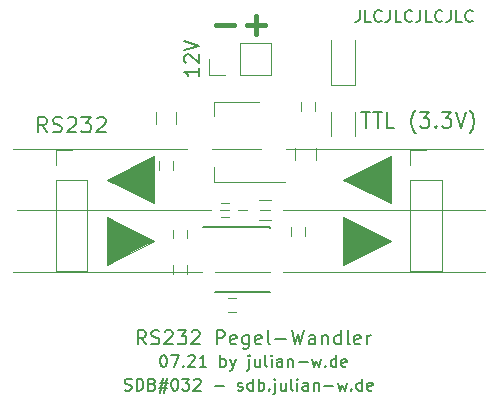
<source format=gto>
G04 #@! TF.GenerationSoftware,KiCad,Pcbnew,(5.1.10)-1*
G04 #@! TF.CreationDate,2021-07-21T16:10:59+02:00*
G04 #@! TF.ProjectId,rs232-ttl,72733233-322d-4747-946c-2e6b69636164,rev?*
G04 #@! TF.SameCoordinates,Original*
G04 #@! TF.FileFunction,Legend,Top*
G04 #@! TF.FilePolarity,Positive*
%FSLAX46Y46*%
G04 Gerber Fmt 4.6, Leading zero omitted, Abs format (unit mm)*
G04 Created by KiCad (PCBNEW (5.1.10)-1) date 2021-07-21 16:10:59*
%MOMM*%
%LPD*%
G01*
G04 APERTURE LIST*
%ADD10C,0.120000*%
%ADD11C,0.150000*%
%ADD12C,0.200000*%
%ADD13C,0.400000*%
%ADD14C,0.100000*%
%ADD15R,1.000000X0.400000*%
%ADD16R,2.000000X1.500000*%
%ADD17R,2.000000X3.800000*%
%ADD18O,1.700000X1.700000*%
%ADD19R,1.700000X1.700000*%
%ADD20C,3.200000*%
%ADD21R,1.100000X1.100000*%
%ADD22R,1.000000X1.250000*%
%ADD23R,1.250000X1.000000*%
%ADD24R,0.750000X0.800000*%
%ADD25R,0.800000X0.750000*%
%ADD26R,1.600000X1.000000*%
G04 APERTURE END LIST*
D10*
X89800000Y-127600000D02*
X50000000Y-127600000D01*
X50000000Y-138000000D02*
X90000000Y-138000000D01*
X50400000Y-132800000D02*
X90000000Y-132800000D01*
D11*
X79380952Y-115852380D02*
X79380952Y-116566666D01*
X79333333Y-116709523D01*
X79238095Y-116804761D01*
X79095238Y-116852380D01*
X79000000Y-116852380D01*
X80333333Y-116852380D02*
X79857142Y-116852380D01*
X79857142Y-115852380D01*
X81238095Y-116757142D02*
X81190476Y-116804761D01*
X81047619Y-116852380D01*
X80952380Y-116852380D01*
X80809523Y-116804761D01*
X80714285Y-116709523D01*
X80666666Y-116614285D01*
X80619047Y-116423809D01*
X80619047Y-116280952D01*
X80666666Y-116090476D01*
X80714285Y-115995238D01*
X80809523Y-115900000D01*
X80952380Y-115852380D01*
X81047619Y-115852380D01*
X81190476Y-115900000D01*
X81238095Y-115947619D01*
X81952380Y-115852380D02*
X81952380Y-116566666D01*
X81904761Y-116709523D01*
X81809523Y-116804761D01*
X81666666Y-116852380D01*
X81571428Y-116852380D01*
X82904761Y-116852380D02*
X82428571Y-116852380D01*
X82428571Y-115852380D01*
X83809523Y-116757142D02*
X83761904Y-116804761D01*
X83619047Y-116852380D01*
X83523809Y-116852380D01*
X83380952Y-116804761D01*
X83285714Y-116709523D01*
X83238095Y-116614285D01*
X83190476Y-116423809D01*
X83190476Y-116280952D01*
X83238095Y-116090476D01*
X83285714Y-115995238D01*
X83380952Y-115900000D01*
X83523809Y-115852380D01*
X83619047Y-115852380D01*
X83761904Y-115900000D01*
X83809523Y-115947619D01*
X84523809Y-115852380D02*
X84523809Y-116566666D01*
X84476190Y-116709523D01*
X84380952Y-116804761D01*
X84238095Y-116852380D01*
X84142857Y-116852380D01*
X85476190Y-116852380D02*
X85000000Y-116852380D01*
X85000000Y-115852380D01*
X86380952Y-116757142D02*
X86333333Y-116804761D01*
X86190476Y-116852380D01*
X86095238Y-116852380D01*
X85952380Y-116804761D01*
X85857142Y-116709523D01*
X85809523Y-116614285D01*
X85761904Y-116423809D01*
X85761904Y-116280952D01*
X85809523Y-116090476D01*
X85857142Y-115995238D01*
X85952380Y-115900000D01*
X86095238Y-115852380D01*
X86190476Y-115852380D01*
X86333333Y-115900000D01*
X86380952Y-115947619D01*
X87095238Y-115852380D02*
X87095238Y-116566666D01*
X87047619Y-116709523D01*
X86952380Y-116804761D01*
X86809523Y-116852380D01*
X86714285Y-116852380D01*
X88047619Y-116852380D02*
X87571428Y-116852380D01*
X87571428Y-115852380D01*
X88952380Y-116757142D02*
X88904761Y-116804761D01*
X88761904Y-116852380D01*
X88666666Y-116852380D01*
X88523809Y-116804761D01*
X88428571Y-116709523D01*
X88380952Y-116614285D01*
X88333333Y-116423809D01*
X88333333Y-116280952D01*
X88380952Y-116090476D01*
X88428571Y-115995238D01*
X88523809Y-115900000D01*
X88666666Y-115852380D01*
X88761904Y-115852380D01*
X88904761Y-115900000D01*
X88952380Y-115947619D01*
X59500000Y-148004761D02*
X59642857Y-148052380D01*
X59880952Y-148052380D01*
X59976190Y-148004761D01*
X60023809Y-147957142D01*
X60071428Y-147861904D01*
X60071428Y-147766666D01*
X60023809Y-147671428D01*
X59976190Y-147623809D01*
X59880952Y-147576190D01*
X59690476Y-147528571D01*
X59595238Y-147480952D01*
X59547619Y-147433333D01*
X59500000Y-147338095D01*
X59500000Y-147242857D01*
X59547619Y-147147619D01*
X59595238Y-147100000D01*
X59690476Y-147052380D01*
X59928571Y-147052380D01*
X60071428Y-147100000D01*
X60500000Y-148052380D02*
X60500000Y-147052380D01*
X60738095Y-147052380D01*
X60880952Y-147100000D01*
X60976190Y-147195238D01*
X61023809Y-147290476D01*
X61071428Y-147480952D01*
X61071428Y-147623809D01*
X61023809Y-147814285D01*
X60976190Y-147909523D01*
X60880952Y-148004761D01*
X60738095Y-148052380D01*
X60500000Y-148052380D01*
X61833333Y-147528571D02*
X61976190Y-147576190D01*
X62023809Y-147623809D01*
X62071428Y-147719047D01*
X62071428Y-147861904D01*
X62023809Y-147957142D01*
X61976190Y-148004761D01*
X61880952Y-148052380D01*
X61500000Y-148052380D01*
X61500000Y-147052380D01*
X61833333Y-147052380D01*
X61928571Y-147100000D01*
X61976190Y-147147619D01*
X62023809Y-147242857D01*
X62023809Y-147338095D01*
X61976190Y-147433333D01*
X61928571Y-147480952D01*
X61833333Y-147528571D01*
X61500000Y-147528571D01*
X62452380Y-147385714D02*
X63166666Y-147385714D01*
X62738095Y-146957142D02*
X62452380Y-148242857D01*
X63071428Y-147814285D02*
X62357142Y-147814285D01*
X62785714Y-148242857D02*
X63071428Y-146957142D01*
X63690476Y-147052380D02*
X63785714Y-147052380D01*
X63880952Y-147100000D01*
X63928571Y-147147619D01*
X63976190Y-147242857D01*
X64023809Y-147433333D01*
X64023809Y-147671428D01*
X63976190Y-147861904D01*
X63928571Y-147957142D01*
X63880952Y-148004761D01*
X63785714Y-148052380D01*
X63690476Y-148052380D01*
X63595238Y-148004761D01*
X63547619Y-147957142D01*
X63499999Y-147861904D01*
X63452380Y-147671428D01*
X63452380Y-147433333D01*
X63499999Y-147242857D01*
X63547619Y-147147619D01*
X63595238Y-147100000D01*
X63690476Y-147052380D01*
X64357142Y-147052380D02*
X64976190Y-147052380D01*
X64642857Y-147433333D01*
X64785714Y-147433333D01*
X64880952Y-147480952D01*
X64928571Y-147528571D01*
X64976190Y-147623809D01*
X64976190Y-147861904D01*
X64928571Y-147957142D01*
X64880952Y-148004761D01*
X64785714Y-148052380D01*
X64499999Y-148052380D01*
X64404761Y-148004761D01*
X64357142Y-147957142D01*
X65357142Y-147147619D02*
X65404761Y-147100000D01*
X65499999Y-147052380D01*
X65738095Y-147052380D01*
X65833333Y-147100000D01*
X65880952Y-147147619D01*
X65928571Y-147242857D01*
X65928571Y-147338095D01*
X65880952Y-147480952D01*
X65309523Y-148052380D01*
X65928571Y-148052380D01*
X67119047Y-147671428D02*
X67880952Y-147671428D01*
X69071428Y-148004761D02*
X69166666Y-148052380D01*
X69357142Y-148052380D01*
X69452380Y-148004761D01*
X69500000Y-147909523D01*
X69500000Y-147861904D01*
X69452380Y-147766666D01*
X69357142Y-147719047D01*
X69214285Y-147719047D01*
X69119047Y-147671428D01*
X69071428Y-147576190D01*
X69071428Y-147528571D01*
X69119047Y-147433333D01*
X69214285Y-147385714D01*
X69357142Y-147385714D01*
X69452380Y-147433333D01*
X70357142Y-148052380D02*
X70357142Y-147052380D01*
X70357142Y-148004761D02*
X70261904Y-148052380D01*
X70071428Y-148052380D01*
X69976190Y-148004761D01*
X69928571Y-147957142D01*
X69880952Y-147861904D01*
X69880952Y-147576190D01*
X69928571Y-147480952D01*
X69976190Y-147433333D01*
X70071428Y-147385714D01*
X70261904Y-147385714D01*
X70357142Y-147433333D01*
X70833333Y-148052380D02*
X70833333Y-147052380D01*
X70833333Y-147433333D02*
X70928571Y-147385714D01*
X71119047Y-147385714D01*
X71214285Y-147433333D01*
X71261904Y-147480952D01*
X71309523Y-147576190D01*
X71309523Y-147861904D01*
X71261904Y-147957142D01*
X71214285Y-148004761D01*
X71119047Y-148052380D01*
X70928571Y-148052380D01*
X70833333Y-148004761D01*
X71738095Y-147957142D02*
X71785714Y-148004761D01*
X71738095Y-148052380D01*
X71690476Y-148004761D01*
X71738095Y-147957142D01*
X71738095Y-148052380D01*
X72214285Y-147385714D02*
X72214285Y-148242857D01*
X72166666Y-148338095D01*
X72071428Y-148385714D01*
X72023809Y-148385714D01*
X72214285Y-147052380D02*
X72166666Y-147100000D01*
X72214285Y-147147619D01*
X72261904Y-147100000D01*
X72214285Y-147052380D01*
X72214285Y-147147619D01*
X73119047Y-147385714D02*
X73119047Y-148052380D01*
X72690476Y-147385714D02*
X72690476Y-147909523D01*
X72738095Y-148004761D01*
X72833333Y-148052380D01*
X72976190Y-148052380D01*
X73071428Y-148004761D01*
X73119047Y-147957142D01*
X73738095Y-148052380D02*
X73642857Y-148004761D01*
X73595238Y-147909523D01*
X73595238Y-147052380D01*
X74119047Y-148052380D02*
X74119047Y-147385714D01*
X74119047Y-147052380D02*
X74071428Y-147100000D01*
X74119047Y-147147619D01*
X74166666Y-147100000D01*
X74119047Y-147052380D01*
X74119047Y-147147619D01*
X75023809Y-148052380D02*
X75023809Y-147528571D01*
X74976190Y-147433333D01*
X74880952Y-147385714D01*
X74690476Y-147385714D01*
X74595238Y-147433333D01*
X75023809Y-148004761D02*
X74928571Y-148052380D01*
X74690476Y-148052380D01*
X74595238Y-148004761D01*
X74547619Y-147909523D01*
X74547619Y-147814285D01*
X74595238Y-147719047D01*
X74690476Y-147671428D01*
X74928571Y-147671428D01*
X75023809Y-147623809D01*
X75500000Y-147385714D02*
X75500000Y-148052380D01*
X75500000Y-147480952D02*
X75547619Y-147433333D01*
X75642857Y-147385714D01*
X75785714Y-147385714D01*
X75880952Y-147433333D01*
X75928571Y-147528571D01*
X75928571Y-148052380D01*
X76404761Y-147671428D02*
X77166666Y-147671428D01*
X77547619Y-147385714D02*
X77738095Y-148052380D01*
X77928571Y-147576190D01*
X78119047Y-148052380D01*
X78309523Y-147385714D01*
X78690476Y-147957142D02*
X78738095Y-148004761D01*
X78690476Y-148052380D01*
X78642857Y-148004761D01*
X78690476Y-147957142D01*
X78690476Y-148052380D01*
X79595238Y-148052380D02*
X79595238Y-147052380D01*
X79595238Y-148004761D02*
X79500000Y-148052380D01*
X79309523Y-148052380D01*
X79214285Y-148004761D01*
X79166666Y-147957142D01*
X79119047Y-147861904D01*
X79119047Y-147576190D01*
X79166666Y-147480952D01*
X79214285Y-147433333D01*
X79309523Y-147385714D01*
X79500000Y-147385714D01*
X79595238Y-147433333D01*
X80452380Y-148004761D02*
X80357142Y-148052380D01*
X80166666Y-148052380D01*
X80071428Y-148004761D01*
X80023809Y-147909523D01*
X80023809Y-147528571D01*
X80071428Y-147433333D01*
X80166666Y-147385714D01*
X80357142Y-147385714D01*
X80452380Y-147433333D01*
X80500000Y-147528571D01*
X80500000Y-147623809D01*
X80023809Y-147719047D01*
X62733333Y-145052380D02*
X62828571Y-145052380D01*
X62923809Y-145100000D01*
X62971428Y-145147619D01*
X63019047Y-145242857D01*
X63066666Y-145433333D01*
X63066666Y-145671428D01*
X63019047Y-145861904D01*
X62971428Y-145957142D01*
X62923809Y-146004761D01*
X62828571Y-146052380D01*
X62733333Y-146052380D01*
X62638095Y-146004761D01*
X62590476Y-145957142D01*
X62542857Y-145861904D01*
X62495238Y-145671428D01*
X62495238Y-145433333D01*
X62542857Y-145242857D01*
X62590476Y-145147619D01*
X62638095Y-145100000D01*
X62733333Y-145052380D01*
X63400000Y-145052380D02*
X64066666Y-145052380D01*
X63638095Y-146052380D01*
X64447619Y-145957142D02*
X64495238Y-146004761D01*
X64447619Y-146052380D01*
X64400000Y-146004761D01*
X64447619Y-145957142D01*
X64447619Y-146052380D01*
X64876190Y-145147619D02*
X64923809Y-145100000D01*
X65019047Y-145052380D01*
X65257142Y-145052380D01*
X65352380Y-145100000D01*
X65400000Y-145147619D01*
X65447619Y-145242857D01*
X65447619Y-145338095D01*
X65400000Y-145480952D01*
X64828571Y-146052380D01*
X65447619Y-146052380D01*
X66400000Y-146052380D02*
X65828571Y-146052380D01*
X66114285Y-146052380D02*
X66114285Y-145052380D01*
X66019047Y-145195238D01*
X65923809Y-145290476D01*
X65828571Y-145338095D01*
X67590476Y-146052380D02*
X67590476Y-145052380D01*
X67590476Y-145433333D02*
X67685714Y-145385714D01*
X67876190Y-145385714D01*
X67971428Y-145433333D01*
X68019047Y-145480952D01*
X68066666Y-145576190D01*
X68066666Y-145861904D01*
X68019047Y-145957142D01*
X67971428Y-146004761D01*
X67876190Y-146052380D01*
X67685714Y-146052380D01*
X67590476Y-146004761D01*
X68400000Y-145385714D02*
X68638095Y-146052380D01*
X68876190Y-145385714D02*
X68638095Y-146052380D01*
X68542857Y-146290476D01*
X68495238Y-146338095D01*
X68400000Y-146385714D01*
X70019047Y-145385714D02*
X70019047Y-146242857D01*
X69971428Y-146338095D01*
X69876190Y-146385714D01*
X69828571Y-146385714D01*
X70019047Y-145052380D02*
X69971428Y-145100000D01*
X70019047Y-145147619D01*
X70066666Y-145100000D01*
X70019047Y-145052380D01*
X70019047Y-145147619D01*
X70923809Y-145385714D02*
X70923809Y-146052380D01*
X70495238Y-145385714D02*
X70495238Y-145909523D01*
X70542857Y-146004761D01*
X70638095Y-146052380D01*
X70780952Y-146052380D01*
X70876190Y-146004761D01*
X70923809Y-145957142D01*
X71542857Y-146052380D02*
X71447619Y-146004761D01*
X71400000Y-145909523D01*
X71400000Y-145052380D01*
X71923809Y-146052380D02*
X71923809Y-145385714D01*
X71923809Y-145052380D02*
X71876190Y-145100000D01*
X71923809Y-145147619D01*
X71971428Y-145100000D01*
X71923809Y-145052380D01*
X71923809Y-145147619D01*
X72828571Y-146052380D02*
X72828571Y-145528571D01*
X72780952Y-145433333D01*
X72685714Y-145385714D01*
X72495238Y-145385714D01*
X72400000Y-145433333D01*
X72828571Y-146004761D02*
X72733333Y-146052380D01*
X72495238Y-146052380D01*
X72400000Y-146004761D01*
X72352380Y-145909523D01*
X72352380Y-145814285D01*
X72400000Y-145719047D01*
X72495238Y-145671428D01*
X72733333Y-145671428D01*
X72828571Y-145623809D01*
X73304761Y-145385714D02*
X73304761Y-146052380D01*
X73304761Y-145480952D02*
X73352380Y-145433333D01*
X73447619Y-145385714D01*
X73590476Y-145385714D01*
X73685714Y-145433333D01*
X73733333Y-145528571D01*
X73733333Y-146052380D01*
X74209523Y-145671428D02*
X74971428Y-145671428D01*
X75352380Y-145385714D02*
X75542857Y-146052380D01*
X75733333Y-145576190D01*
X75923809Y-146052380D01*
X76114285Y-145385714D01*
X76495238Y-145957142D02*
X76542857Y-146004761D01*
X76495238Y-146052380D01*
X76447619Y-146004761D01*
X76495238Y-145957142D01*
X76495238Y-146052380D01*
X77400000Y-146052380D02*
X77400000Y-145052380D01*
X77400000Y-146004761D02*
X77304761Y-146052380D01*
X77114285Y-146052380D01*
X77019047Y-146004761D01*
X76971428Y-145957142D01*
X76923809Y-145861904D01*
X76923809Y-145576190D01*
X76971428Y-145480952D01*
X77019047Y-145433333D01*
X77114285Y-145385714D01*
X77304761Y-145385714D01*
X77400000Y-145433333D01*
X78257142Y-146004761D02*
X78161904Y-146052380D01*
X77971428Y-146052380D01*
X77876190Y-146004761D01*
X77828571Y-145909523D01*
X77828571Y-145528571D01*
X77876190Y-145433333D01*
X77971428Y-145385714D01*
X78161904Y-145385714D01*
X78257142Y-145433333D01*
X78304761Y-145528571D01*
X78304761Y-145623809D01*
X77828571Y-145719047D01*
D12*
X61285714Y-144142857D02*
X60885714Y-143571428D01*
X60600000Y-144142857D02*
X60600000Y-142942857D01*
X61057142Y-142942857D01*
X61171428Y-143000000D01*
X61228571Y-143057142D01*
X61285714Y-143171428D01*
X61285714Y-143342857D01*
X61228571Y-143457142D01*
X61171428Y-143514285D01*
X61057142Y-143571428D01*
X60600000Y-143571428D01*
X61742857Y-144085714D02*
X61914285Y-144142857D01*
X62200000Y-144142857D01*
X62314285Y-144085714D01*
X62371428Y-144028571D01*
X62428571Y-143914285D01*
X62428571Y-143800000D01*
X62371428Y-143685714D01*
X62314285Y-143628571D01*
X62200000Y-143571428D01*
X61971428Y-143514285D01*
X61857142Y-143457142D01*
X61800000Y-143400000D01*
X61742857Y-143285714D01*
X61742857Y-143171428D01*
X61800000Y-143057142D01*
X61857142Y-143000000D01*
X61971428Y-142942857D01*
X62257142Y-142942857D01*
X62428571Y-143000000D01*
X62885714Y-143057142D02*
X62942857Y-143000000D01*
X63057142Y-142942857D01*
X63342857Y-142942857D01*
X63457142Y-143000000D01*
X63514285Y-143057142D01*
X63571428Y-143171428D01*
X63571428Y-143285714D01*
X63514285Y-143457142D01*
X62828571Y-144142857D01*
X63571428Y-144142857D01*
X63971428Y-142942857D02*
X64714285Y-142942857D01*
X64314285Y-143400000D01*
X64485714Y-143400000D01*
X64600000Y-143457142D01*
X64657142Y-143514285D01*
X64714285Y-143628571D01*
X64714285Y-143914285D01*
X64657142Y-144028571D01*
X64600000Y-144085714D01*
X64485714Y-144142857D01*
X64142857Y-144142857D01*
X64028571Y-144085714D01*
X63971428Y-144028571D01*
X65171428Y-143057142D02*
X65228571Y-143000000D01*
X65342857Y-142942857D01*
X65628571Y-142942857D01*
X65742857Y-143000000D01*
X65800000Y-143057142D01*
X65857142Y-143171428D01*
X65857142Y-143285714D01*
X65800000Y-143457142D01*
X65114285Y-144142857D01*
X65857142Y-144142857D01*
X67285714Y-144142857D02*
X67285714Y-142942857D01*
X67742857Y-142942857D01*
X67857142Y-143000000D01*
X67914285Y-143057142D01*
X67971428Y-143171428D01*
X67971428Y-143342857D01*
X67914285Y-143457142D01*
X67857142Y-143514285D01*
X67742857Y-143571428D01*
X67285714Y-143571428D01*
X68942857Y-144085714D02*
X68828571Y-144142857D01*
X68600000Y-144142857D01*
X68485714Y-144085714D01*
X68428571Y-143971428D01*
X68428571Y-143514285D01*
X68485714Y-143400000D01*
X68600000Y-143342857D01*
X68828571Y-143342857D01*
X68942857Y-143400000D01*
X69000000Y-143514285D01*
X69000000Y-143628571D01*
X68428571Y-143742857D01*
X70028571Y-143342857D02*
X70028571Y-144314285D01*
X69971428Y-144428571D01*
X69914285Y-144485714D01*
X69800000Y-144542857D01*
X69628571Y-144542857D01*
X69514285Y-144485714D01*
X70028571Y-144085714D02*
X69914285Y-144142857D01*
X69685714Y-144142857D01*
X69571428Y-144085714D01*
X69514285Y-144028571D01*
X69457142Y-143914285D01*
X69457142Y-143571428D01*
X69514285Y-143457142D01*
X69571428Y-143400000D01*
X69685714Y-143342857D01*
X69914285Y-143342857D01*
X70028571Y-143400000D01*
X71057142Y-144085714D02*
X70942857Y-144142857D01*
X70714285Y-144142857D01*
X70600000Y-144085714D01*
X70542857Y-143971428D01*
X70542857Y-143514285D01*
X70600000Y-143400000D01*
X70714285Y-143342857D01*
X70942857Y-143342857D01*
X71057142Y-143400000D01*
X71114285Y-143514285D01*
X71114285Y-143628571D01*
X70542857Y-143742857D01*
X71800000Y-144142857D02*
X71685714Y-144085714D01*
X71628571Y-143971428D01*
X71628571Y-142942857D01*
X72257142Y-143685714D02*
X73171428Y-143685714D01*
X73628571Y-142942857D02*
X73914285Y-144142857D01*
X74142857Y-143285714D01*
X74371428Y-144142857D01*
X74657142Y-142942857D01*
X75628571Y-144142857D02*
X75628571Y-143514285D01*
X75571428Y-143400000D01*
X75457142Y-143342857D01*
X75228571Y-143342857D01*
X75114285Y-143400000D01*
X75628571Y-144085714D02*
X75514285Y-144142857D01*
X75228571Y-144142857D01*
X75114285Y-144085714D01*
X75057142Y-143971428D01*
X75057142Y-143857142D01*
X75114285Y-143742857D01*
X75228571Y-143685714D01*
X75514285Y-143685714D01*
X75628571Y-143628571D01*
X76200000Y-143342857D02*
X76200000Y-144142857D01*
X76200000Y-143457142D02*
X76257142Y-143400000D01*
X76371428Y-143342857D01*
X76542857Y-143342857D01*
X76657142Y-143400000D01*
X76714285Y-143514285D01*
X76714285Y-144142857D01*
X77800000Y-144142857D02*
X77800000Y-142942857D01*
X77800000Y-144085714D02*
X77685714Y-144142857D01*
X77457142Y-144142857D01*
X77342857Y-144085714D01*
X77285714Y-144028571D01*
X77228571Y-143914285D01*
X77228571Y-143571428D01*
X77285714Y-143457142D01*
X77342857Y-143400000D01*
X77457142Y-143342857D01*
X77685714Y-143342857D01*
X77800000Y-143400000D01*
X78542857Y-144142857D02*
X78428571Y-144085714D01*
X78371428Y-143971428D01*
X78371428Y-142942857D01*
X79457142Y-144085714D02*
X79342857Y-144142857D01*
X79114285Y-144142857D01*
X79000000Y-144085714D01*
X78942857Y-143971428D01*
X78942857Y-143514285D01*
X79000000Y-143400000D01*
X79114285Y-143342857D01*
X79342857Y-143342857D01*
X79457142Y-143400000D01*
X79514285Y-143514285D01*
X79514285Y-143628571D01*
X78942857Y-143742857D01*
X80028571Y-144142857D02*
X80028571Y-143342857D01*
X80028571Y-143571428D02*
X80085714Y-143457142D01*
X80142857Y-143400000D01*
X80257142Y-143342857D01*
X80371428Y-143342857D01*
X65742857Y-120742857D02*
X65742857Y-121428571D01*
X65742857Y-121085714D02*
X64542857Y-121085714D01*
X64714285Y-121200000D01*
X64828571Y-121314285D01*
X64885714Y-121428571D01*
X64657142Y-120285714D02*
X64600000Y-120228571D01*
X64542857Y-120114285D01*
X64542857Y-119828571D01*
X64600000Y-119714285D01*
X64657142Y-119657142D01*
X64771428Y-119600000D01*
X64885714Y-119600000D01*
X65057142Y-119657142D01*
X65742857Y-120342857D01*
X65742857Y-119600000D01*
X64542857Y-119257142D02*
X65742857Y-118857142D01*
X64542857Y-118457142D01*
D13*
X69838095Y-117142857D02*
X71361904Y-117142857D01*
X70600000Y-117904761D02*
X70600000Y-116380952D01*
X67238095Y-117142857D02*
X68761904Y-117142857D01*
D14*
G36*
X82000000Y-135400000D02*
G01*
X78000000Y-137400000D01*
X78000000Y-133400000D01*
X82000000Y-135400000D01*
G37*
X82000000Y-135400000D02*
X78000000Y-137400000D01*
X78000000Y-133400000D01*
X82000000Y-135400000D01*
G36*
X62000000Y-135400000D02*
G01*
X58000000Y-137400000D01*
X58000000Y-133400000D01*
X62000000Y-135400000D01*
G37*
X62000000Y-135400000D02*
X58000000Y-137400000D01*
X58000000Y-133400000D01*
X62000000Y-135400000D01*
G36*
X62000000Y-132200000D02*
G01*
X58000000Y-130200000D01*
X62000000Y-128200000D01*
X62000000Y-132200000D01*
G37*
X62000000Y-132200000D02*
X58000000Y-130200000D01*
X62000000Y-128200000D01*
X62000000Y-132200000D01*
G36*
X82000000Y-132200000D02*
G01*
X78000000Y-130200000D01*
X82000000Y-128200000D01*
X82000000Y-132200000D01*
G37*
X82000000Y-132200000D02*
X78000000Y-130200000D01*
X82000000Y-128200000D01*
X82000000Y-132200000D01*
D12*
X79540476Y-124488095D02*
X80283333Y-124488095D01*
X79911904Y-125788095D02*
X79911904Y-124488095D01*
X80530952Y-124488095D02*
X81273809Y-124488095D01*
X80902380Y-125788095D02*
X80902380Y-124488095D01*
X82326190Y-125788095D02*
X81707142Y-125788095D01*
X81707142Y-124488095D01*
X84121428Y-126283333D02*
X84059523Y-126221428D01*
X83935714Y-126035714D01*
X83873809Y-125911904D01*
X83811904Y-125726190D01*
X83750000Y-125416666D01*
X83750000Y-125169047D01*
X83811904Y-124859523D01*
X83873809Y-124673809D01*
X83935714Y-124550000D01*
X84059523Y-124364285D01*
X84121428Y-124302380D01*
X84492857Y-124488095D02*
X85297619Y-124488095D01*
X84864285Y-124983333D01*
X85050000Y-124983333D01*
X85173809Y-125045238D01*
X85235714Y-125107142D01*
X85297619Y-125230952D01*
X85297619Y-125540476D01*
X85235714Y-125664285D01*
X85173809Y-125726190D01*
X85050000Y-125788095D01*
X84678571Y-125788095D01*
X84554761Y-125726190D01*
X84492857Y-125664285D01*
X85854761Y-125664285D02*
X85916666Y-125726190D01*
X85854761Y-125788095D01*
X85792857Y-125726190D01*
X85854761Y-125664285D01*
X85854761Y-125788095D01*
X86350000Y-124488095D02*
X87154761Y-124488095D01*
X86721428Y-124983333D01*
X86907142Y-124983333D01*
X87030952Y-125045238D01*
X87092857Y-125107142D01*
X87154761Y-125230952D01*
X87154761Y-125540476D01*
X87092857Y-125664285D01*
X87030952Y-125726190D01*
X86907142Y-125788095D01*
X86535714Y-125788095D01*
X86411904Y-125726190D01*
X86350000Y-125664285D01*
X87526190Y-124488095D02*
X87959523Y-125788095D01*
X88392857Y-124488095D01*
X88702380Y-126283333D02*
X88764285Y-126221428D01*
X88888095Y-126035714D01*
X88950000Y-125911904D01*
X89011904Y-125726190D01*
X89073809Y-125416666D01*
X89073809Y-125169047D01*
X89011904Y-124859523D01*
X88950000Y-124673809D01*
X88888095Y-124550000D01*
X88764285Y-124364285D01*
X88702380Y-124302380D01*
X52926190Y-126188095D02*
X52492857Y-125569047D01*
X52183333Y-126188095D02*
X52183333Y-124888095D01*
X52678571Y-124888095D01*
X52802380Y-124950000D01*
X52864285Y-125011904D01*
X52926190Y-125135714D01*
X52926190Y-125321428D01*
X52864285Y-125445238D01*
X52802380Y-125507142D01*
X52678571Y-125569047D01*
X52183333Y-125569047D01*
X53421428Y-126126190D02*
X53607142Y-126188095D01*
X53916666Y-126188095D01*
X54040476Y-126126190D01*
X54102380Y-126064285D01*
X54164285Y-125940476D01*
X54164285Y-125816666D01*
X54102380Y-125692857D01*
X54040476Y-125630952D01*
X53916666Y-125569047D01*
X53669047Y-125507142D01*
X53545238Y-125445238D01*
X53483333Y-125383333D01*
X53421428Y-125259523D01*
X53421428Y-125135714D01*
X53483333Y-125011904D01*
X53545238Y-124950000D01*
X53669047Y-124888095D01*
X53978571Y-124888095D01*
X54164285Y-124950000D01*
X54659523Y-125011904D02*
X54721428Y-124950000D01*
X54845238Y-124888095D01*
X55154761Y-124888095D01*
X55278571Y-124950000D01*
X55340476Y-125011904D01*
X55402380Y-125135714D01*
X55402380Y-125259523D01*
X55340476Y-125445238D01*
X54597619Y-126188095D01*
X55402380Y-126188095D01*
X55835714Y-124888095D02*
X56640476Y-124888095D01*
X56207142Y-125383333D01*
X56392857Y-125383333D01*
X56516666Y-125445238D01*
X56578571Y-125507142D01*
X56640476Y-125630952D01*
X56640476Y-125940476D01*
X56578571Y-126064285D01*
X56516666Y-126126190D01*
X56392857Y-126188095D01*
X56021428Y-126188095D01*
X55897619Y-126126190D01*
X55835714Y-126064285D01*
X57135714Y-125011904D02*
X57197619Y-124950000D01*
X57321428Y-124888095D01*
X57630952Y-124888095D01*
X57754761Y-124950000D01*
X57816666Y-125011904D01*
X57878571Y-125135714D01*
X57878571Y-125259523D01*
X57816666Y-125445238D01*
X57073809Y-126188095D01*
X57878571Y-126188095D01*
D11*
X67175000Y-139725000D02*
X71825000Y-139725000D01*
X66100000Y-134200000D02*
X71800000Y-134200000D01*
X67175000Y-139725000D02*
X67175000Y-139700000D01*
X71825000Y-139725000D02*
X71825000Y-139700000D01*
X71800000Y-134200000D02*
X71800000Y-134300000D01*
D10*
X67090000Y-123590000D02*
X67090000Y-124850000D01*
X67090000Y-130410000D02*
X67090000Y-129150000D01*
X70850000Y-123590000D02*
X67090000Y-123590000D01*
X73100000Y-130410000D02*
X67090000Y-130410000D01*
X53670000Y-137950000D02*
X56330000Y-137950000D01*
X53670000Y-130270000D02*
X53670000Y-137950000D01*
X56330000Y-130270000D02*
X56330000Y-137950000D01*
X53670000Y-130270000D02*
X56330000Y-130270000D01*
X53670000Y-129000000D02*
X53670000Y-127670000D01*
X53670000Y-127670000D02*
X55000000Y-127670000D01*
X83670000Y-137950000D02*
X86330000Y-137950000D01*
X83670000Y-130270000D02*
X83670000Y-137950000D01*
X86330000Y-130270000D02*
X86330000Y-137950000D01*
X83670000Y-130270000D02*
X86330000Y-130270000D01*
X83670000Y-129000000D02*
X83670000Y-127670000D01*
X83670000Y-127670000D02*
X85000000Y-127670000D01*
X71870000Y-121330000D02*
X71870000Y-118670000D01*
X69270000Y-121330000D02*
X71870000Y-121330000D01*
X69270000Y-118670000D02*
X71870000Y-118670000D01*
X69270000Y-121330000D02*
X69270000Y-118670000D01*
X68000000Y-121330000D02*
X66670000Y-121330000D01*
X66670000Y-121330000D02*
X66670000Y-120000000D01*
X77000000Y-122200000D02*
X77000000Y-118350000D01*
X79000000Y-122200000D02*
X79000000Y-118350000D01*
X77000000Y-122200000D02*
X79000000Y-122200000D01*
X71900000Y-131950000D02*
X70900000Y-131950000D01*
X70900000Y-133650000D02*
X71900000Y-133650000D01*
X63850000Y-125500000D02*
X63850000Y-124500000D01*
X62150000Y-124500000D02*
X62150000Y-125500000D01*
X74800000Y-134250000D02*
X74800000Y-134950000D01*
X73600000Y-134950000D02*
X73600000Y-134250000D01*
X68950000Y-141400000D02*
X68250000Y-141400000D01*
X68250000Y-140200000D02*
X68950000Y-140200000D01*
X67650000Y-132200000D02*
X68350000Y-132200000D01*
X68350000Y-133400000D02*
X67650000Y-133400000D01*
X63600000Y-138150000D02*
X63600000Y-137450000D01*
X64800000Y-137450000D02*
X64800000Y-138150000D01*
X63600000Y-135150000D02*
X63600000Y-134450000D01*
X64800000Y-134450000D02*
X64800000Y-135150000D01*
X73950000Y-127500000D02*
X73950000Y-128500000D01*
X75650000Y-128500000D02*
X75650000Y-127500000D01*
X63600000Y-128650000D02*
X63600000Y-129350000D01*
X62400000Y-129350000D02*
X62400000Y-128650000D01*
X74400000Y-124350000D02*
X74400000Y-123650000D01*
X75600000Y-123650000D02*
X75600000Y-124350000D01*
X76980000Y-124500000D02*
X76980000Y-126500000D01*
X79020000Y-126500000D02*
X79020000Y-124500000D01*
%LPC*%
D15*
X66600000Y-134725000D03*
X66600000Y-135375000D03*
X66600000Y-136025000D03*
X66600000Y-136675000D03*
X66600000Y-137325000D03*
X66600000Y-137975000D03*
X66600000Y-138625000D03*
X66600000Y-139275000D03*
X72400000Y-139275000D03*
X72400000Y-138625000D03*
X72400000Y-137975000D03*
X72400000Y-137325000D03*
X72400000Y-136675000D03*
X72400000Y-136025000D03*
X72400000Y-135375000D03*
X72400000Y-134725000D03*
D16*
X72150000Y-129300000D03*
X72150000Y-124700000D03*
X72150000Y-127000000D03*
D17*
X65850000Y-127000000D03*
D18*
X55000000Y-136620000D03*
X55000000Y-134080000D03*
X55000000Y-131540000D03*
D19*
X55000000Y-129000000D03*
D18*
X85000000Y-136620000D03*
X85000000Y-134080000D03*
X85000000Y-131540000D03*
D19*
X85000000Y-129000000D03*
D18*
X70540000Y-120000000D03*
D19*
X68000000Y-120000000D03*
D20*
X85000000Y-120000000D03*
X55000000Y-145000000D03*
X85000000Y-145000000D03*
X55000000Y-120000000D03*
D21*
X78000000Y-121400000D03*
X78000000Y-118600000D03*
D22*
X72400000Y-132800000D03*
X70400000Y-132800000D03*
D23*
X63000000Y-126000000D03*
X63000000Y-124000000D03*
D24*
X74200000Y-135350000D03*
X74200000Y-133850000D03*
D25*
X67850000Y-140800000D03*
X69350000Y-140800000D03*
X68750000Y-132800000D03*
X67250000Y-132800000D03*
D24*
X64200000Y-137050000D03*
X64200000Y-138550000D03*
X64200000Y-134050000D03*
X64200000Y-135550000D03*
D23*
X74800000Y-127000000D03*
X74800000Y-129000000D03*
D24*
X63000000Y-129750000D03*
X63000000Y-128250000D03*
X75000000Y-123250000D03*
X75000000Y-124750000D03*
D26*
X78000000Y-124000000D03*
X78000000Y-127000000D03*
M02*

</source>
